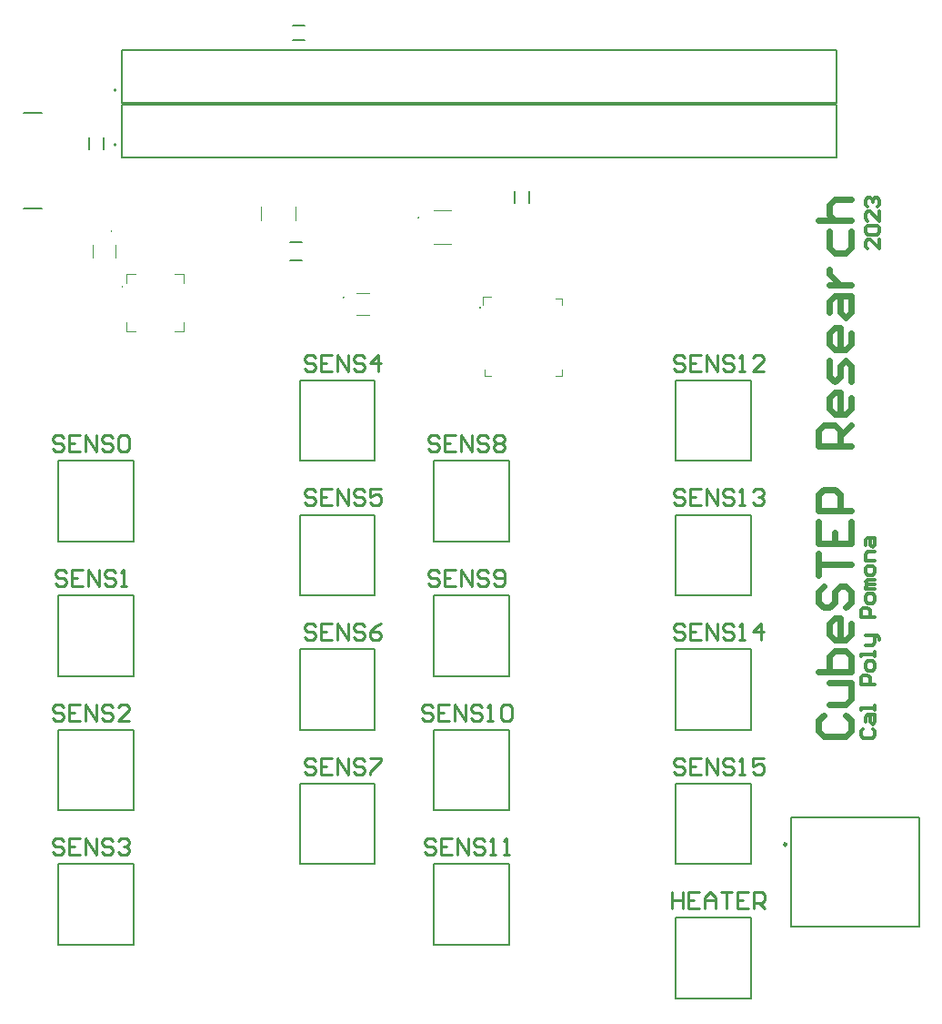
<source format=gbr>
%TF.GenerationSoftware,Altium Limited,Altium Designer,24.0.1 (36)*%
G04 Layer_Color=65535*
%FSLAX45Y45*%
%MOMM*%
%TF.SameCoordinates,35AB2F61-03EE-4C9E-862A-60B4A91D9B88*%
%TF.FilePolarity,Positive*%
%TF.FileFunction,Legend,Top*%
%TF.Part,Single*%
G01*
G75*
%TA.AperFunction,NonConductor*%
%ADD50C,0.25000*%
%ADD51C,0.20000*%
%ADD52C,0.10000*%
%ADD53C,0.30000*%
%ADD54C,0.60000*%
%ADD55C,0.25400*%
D50*
X4578499Y6801001D02*
G03*
X4578499Y6801001I-1000J0D01*
G01*
X7431800Y1808000D02*
G03*
X7431800Y1808000I-12500J0D01*
G01*
D51*
X1145348Y7510001D02*
G03*
X1145348Y7510001I-100J0D01*
G01*
X3304500Y6898600D02*
G03*
X3304500Y6898600I-100J0D01*
G01*
X1246840Y6997060D02*
G03*
X1246840Y6997060I-1000J0D01*
G01*
X4005590Y7642500D02*
G03*
X4005590Y7642500I-5590J0D01*
G01*
X1189500Y8826500D02*
G03*
X1189500Y8826500I-10000J0D01*
G01*
Y8318500D02*
G03*
X1189500Y8318500I-10000J0D01*
G01*
X4150000Y5375000D02*
X4850000D01*
Y4625000D02*
Y5375000D01*
X4150000Y4625000D02*
Y5375000D01*
Y4625000D02*
X4850000D01*
X5039400Y7773100D02*
Y7888100D01*
X4899400Y7773100D02*
Y7888100D01*
X650000Y1625000D02*
X1350000D01*
Y875000D02*
Y1625000D01*
X650000Y875000D02*
Y1625000D01*
Y875000D02*
X1350000D01*
X650000Y5375000D02*
X1350000D01*
Y4625000D02*
Y5375000D01*
X650000Y4625000D02*
Y5375000D01*
Y4625000D02*
X1350000D01*
X650000Y4125000D02*
X1350000D01*
Y3375000D02*
Y4125000D01*
X650000Y3375000D02*
Y4125000D01*
Y3375000D02*
X1350000D01*
X650000Y2875000D02*
X1350000D01*
Y2125000D02*
Y2875000D01*
X650000Y2125000D02*
Y2875000D01*
Y2125000D02*
X1350000D01*
X2830140Y9287360D02*
X2945140D01*
X2830140Y9427360D02*
X2945140D01*
X2900000Y4875000D02*
X3600000D01*
Y4125000D02*
Y4875000D01*
X2900000Y4125000D02*
Y4875000D01*
Y4125000D02*
X3600000D01*
X2900000Y6125000D02*
X3600000D01*
Y5375000D02*
Y6125000D01*
X2900000Y5375000D02*
Y6125000D01*
Y5375000D02*
X3600000D01*
X2900000Y2375000D02*
X3600000D01*
Y1625000D02*
Y2375000D01*
X2900000Y1625000D02*
Y2375000D01*
Y1625000D02*
X3600000D01*
X2900000Y3625000D02*
X3600000D01*
Y2875000D02*
Y3625000D01*
X2900000Y2875000D02*
Y3625000D01*
Y2875000D02*
X3600000D01*
X4150000Y3375000D02*
X4850000D01*
X4150000D02*
Y4125000D01*
X4850000Y3375000D02*
Y4125000D01*
X4150000D02*
X4850000D01*
X4150000Y2125000D02*
X4850000D01*
X4150000D02*
Y2875000D01*
X4850000Y2125000D02*
Y2875000D01*
X4150000D02*
X4850000D01*
X4150000Y875000D02*
X4850000D01*
X4150000D02*
Y1625000D01*
X4850000Y875000D02*
Y1625000D01*
X4150000D02*
X4850000D01*
X6400000Y6125000D02*
X7100000D01*
Y5375000D02*
Y6125000D01*
X6400000Y5375000D02*
Y6125000D01*
Y5375000D02*
X7100000D01*
X6400000Y4875000D02*
X7100000D01*
Y4125000D02*
Y4875000D01*
X6400000Y4125000D02*
Y4875000D01*
Y4125000D02*
X7100000D01*
X6400000Y3625000D02*
X7100000D01*
Y2875000D02*
Y3625000D01*
X6400000Y2875000D02*
Y3625000D01*
Y2875000D02*
X7100000D01*
X6400000Y2375000D02*
X7100000D01*
Y1625000D02*
Y2375000D01*
X6400000Y1625000D02*
Y2375000D01*
Y1625000D02*
X7100000D01*
X6400000Y1125000D02*
X7100000D01*
Y375000D02*
Y1125000D01*
X6400000Y375000D02*
Y1125000D01*
Y375000D02*
X7100000D01*
X327000Y8614500D02*
X495000D01*
X327000Y7720500D02*
X495000D01*
X7470100Y1045752D02*
X8663900D01*
Y2061752D01*
X7470100Y1045752D02*
Y2061752D01*
X8663900D01*
X935000Y8272500D02*
Y8387500D01*
X1075000Y8272500D02*
Y8387500D01*
X2807500Y7407500D02*
X2920000D01*
X2807500Y7242500D02*
X2920000D01*
X1244500Y8706000D02*
Y9201000D01*
Y8706000D02*
X7899500D01*
X1244500Y9201000D02*
X7899500D01*
Y8706000D02*
Y9201000D01*
X1244500Y8198000D02*
Y8693000D01*
Y8198000D02*
X7899500D01*
X1244500Y8693000D02*
X7899500D01*
Y8198000D02*
Y8693000D01*
D52*
X4602499Y6901001D02*
X4677499D01*
X4602499Y6826001D02*
Y6901001D01*
X4617499Y6166001D02*
Y6226001D01*
Y6166001D02*
X4677499D01*
X5277499D02*
X5337499D01*
Y6226001D01*
Y6826001D02*
Y6886001D01*
X5277499D02*
X5337499D01*
X975248Y7265001D02*
Y7385001D01*
X1185248Y7265001D02*
Y7385001D01*
X3424400Y6736100D02*
X3544400D01*
X3424400Y6936100D02*
X3544400D01*
X1733340Y7112059D02*
X1818340D01*
Y7027059D02*
Y7112059D01*
Y6582059D02*
Y6667060D01*
X1733340Y6582059D02*
X1818340D01*
X1288340D02*
X1373340D01*
X1288340D02*
Y6667060D01*
X1288340Y7027059D02*
Y7112060D01*
X1373340D01*
X4145000Y7710000D02*
X4305000D01*
X4145000Y7390000D02*
X4305000D01*
X2860000Y7610000D02*
Y7740000D01*
X2540000Y7610000D02*
Y7740000D01*
D53*
X8145882Y2884139D02*
X8124223Y2862479D01*
Y2819159D01*
X8145882Y2797500D01*
X8232521D01*
X8254181Y2819159D01*
Y2862479D01*
X8232521Y2884139D01*
X8167542Y2949118D02*
Y2992437D01*
X8189202Y3014097D01*
X8254181D01*
Y2949118D01*
X8232521Y2927458D01*
X8210861Y2949118D01*
Y3014097D01*
X8254181Y3057416D02*
Y3100735D01*
Y3079076D01*
X8124223D01*
Y3057416D01*
X8254181Y3295672D02*
X8124223D01*
Y3360651D01*
X8145882Y3382311D01*
X8189202D01*
X8210861Y3360651D01*
Y3295672D01*
X8254181Y3447290D02*
Y3490609D01*
X8232521Y3512269D01*
X8189202D01*
X8167542Y3490609D01*
Y3447290D01*
X8189202Y3425630D01*
X8232521D01*
X8254181Y3447290D01*
Y3555589D02*
Y3598908D01*
Y3577248D01*
X8124223D01*
Y3555589D01*
X8167542Y3663887D02*
X8232521D01*
X8254181Y3685546D01*
Y3750525D01*
X8275840D01*
X8297500Y3728866D01*
Y3707206D01*
X8254181Y3750525D02*
X8167542D01*
X8254181Y3923803D02*
X8124223D01*
Y3988782D01*
X8145882Y4010442D01*
X8189202D01*
X8210861Y3988782D01*
Y3923803D01*
X8254181Y4075421D02*
Y4118740D01*
X8232521Y4140400D01*
X8189202D01*
X8167542Y4118740D01*
Y4075421D01*
X8189202Y4053761D01*
X8232521D01*
X8254181Y4075421D01*
Y4183719D02*
X8167542D01*
Y4205379D01*
X8189202Y4227039D01*
X8254181D01*
X8189202D01*
X8167542Y4248698D01*
X8189202Y4270358D01*
X8254181D01*
Y4335337D02*
Y4378656D01*
X8232521Y4400316D01*
X8189202D01*
X8167542Y4378656D01*
Y4335337D01*
X8189202Y4313677D01*
X8232521D01*
X8254181Y4335337D01*
Y4443635D02*
X8167542D01*
Y4508614D01*
X8189202Y4530274D01*
X8254181D01*
X8167542Y4595253D02*
Y4638572D01*
X8189202Y4660232D01*
X8254181D01*
Y4595253D01*
X8232521Y4573593D01*
X8210861Y4595253D01*
Y4660232D01*
X8297500Y7435126D02*
Y7348487D01*
X8210861Y7435126D01*
X8189202D01*
X8167542Y7413466D01*
Y7370147D01*
X8189202Y7348487D01*
Y7478445D02*
X8167542Y7500105D01*
Y7543424D01*
X8189202Y7565084D01*
X8275840D01*
X8297500Y7543424D01*
Y7500105D01*
X8275840Y7478445D01*
X8189202D01*
X8297500Y7695042D02*
Y7608403D01*
X8210861Y7695042D01*
X8189202D01*
X8167542Y7673382D01*
Y7630063D01*
X8189202Y7608403D01*
Y7738361D02*
X8167542Y7760021D01*
Y7803341D01*
X8189202Y7825000D01*
X8210861D01*
X8232521Y7803341D01*
Y7781681D01*
Y7803341D01*
X8254181Y7825000D01*
X8275840D01*
X8297500Y7803341D01*
Y7760021D01*
X8275840Y7738361D01*
D54*
X7780081Y3012435D02*
X7730097Y2962451D01*
Y2862484D01*
X7780081Y2812500D01*
X7980016D01*
X8030000Y2862484D01*
Y2962451D01*
X7980016Y3012435D01*
X7830065Y3112403D02*
X7980016D01*
X8030000Y3162387D01*
Y3312338D01*
X7830065D01*
X7730097Y3412306D02*
X8030000D01*
Y3562257D01*
X7980016Y3612241D01*
X7930033D01*
X7880049D01*
X7830065Y3562257D01*
Y3412306D01*
X8030000Y3862160D02*
Y3762192D01*
X7980016Y3712208D01*
X7880049D01*
X7830065Y3762192D01*
Y3862160D01*
X7880049Y3912144D01*
X7930033D01*
Y3712208D01*
X7780081Y4212047D02*
X7730097Y4162063D01*
Y4062095D01*
X7780081Y4012111D01*
X7830065D01*
X7880049Y4062095D01*
Y4162063D01*
X7930033Y4212047D01*
X7980016D01*
X8030000Y4162063D01*
Y4062095D01*
X7980016Y4012111D01*
X7730097Y4312014D02*
Y4511950D01*
Y4411982D01*
X8030000D01*
X7730097Y4811852D02*
Y4611917D01*
X8030000D01*
Y4811852D01*
X7880049Y4611917D02*
Y4711885D01*
X8030000Y4911820D02*
X7730097D01*
Y5061771D01*
X7780081Y5111755D01*
X7880049D01*
X7930033Y5061771D01*
Y4911820D01*
X8030000Y5511626D02*
X7730097D01*
Y5661577D01*
X7780081Y5711561D01*
X7880049D01*
X7930033Y5661577D01*
Y5511626D01*
Y5611593D02*
X8030000Y5711561D01*
Y5961480D02*
Y5861513D01*
X7980016Y5811529D01*
X7880049D01*
X7830065Y5861513D01*
Y5961480D01*
X7880049Y6011464D01*
X7930033D01*
Y5811529D01*
X8030000Y6111432D02*
Y6261383D01*
X7980016Y6311367D01*
X7930033Y6261383D01*
Y6161415D01*
X7880049Y6111432D01*
X7830065Y6161415D01*
Y6311367D01*
X8030000Y6561286D02*
Y6461318D01*
X7980016Y6411334D01*
X7880049D01*
X7830065Y6461318D01*
Y6561286D01*
X7880049Y6611270D01*
X7930033D01*
Y6411334D01*
X7830065Y6761221D02*
Y6861189D01*
X7880049Y6911173D01*
X8030000D01*
Y6761221D01*
X7980016Y6711237D01*
X7930033Y6761221D01*
Y6911173D01*
X7830065Y7011140D02*
X8030000D01*
X7930033D01*
X7880049Y7061124D01*
X7830065Y7111108D01*
Y7161092D01*
Y7510978D02*
Y7361027D01*
X7880049Y7311043D01*
X7980016D01*
X8030000Y7361027D01*
Y7510978D01*
X7730097Y7610946D02*
X8030000D01*
X7880049D01*
X7830065Y7660930D01*
Y7760897D01*
X7880049Y7810881D01*
X8030000D01*
D55*
X6479507Y2588219D02*
X6454115Y2613611D01*
X6403332D01*
X6377940Y2588219D01*
Y2562827D01*
X6403332Y2537435D01*
X6454115D01*
X6479507Y2512043D01*
Y2486652D01*
X6454115Y2461260D01*
X6403332D01*
X6377940Y2486652D01*
X6631858Y2613611D02*
X6530291D01*
Y2461260D01*
X6631858D01*
X6530291Y2537435D02*
X6581074D01*
X6682641Y2461260D02*
Y2613611D01*
X6784209Y2461260D01*
Y2613611D01*
X6936559Y2588219D02*
X6911168Y2613611D01*
X6860384D01*
X6834992Y2588219D01*
Y2562827D01*
X6860384Y2537435D01*
X6911168D01*
X6936559Y2512043D01*
Y2486652D01*
X6911168Y2461260D01*
X6860384D01*
X6834992Y2486652D01*
X6987343Y2461260D02*
X7038126D01*
X7012735D01*
Y2613611D01*
X6987343Y2588219D01*
X7215869Y2613611D02*
X7114302D01*
Y2537435D01*
X7165085Y2562827D01*
X7190477D01*
X7215869Y2537435D01*
Y2486652D01*
X7190477Y2461260D01*
X7139694D01*
X7114302Y2486652D01*
X6479507Y3837899D02*
X6454115Y3863291D01*
X6403332D01*
X6377940Y3837899D01*
Y3812507D01*
X6403332Y3787115D01*
X6454115D01*
X6479507Y3761723D01*
Y3736332D01*
X6454115Y3710940D01*
X6403332D01*
X6377940Y3736332D01*
X6631858Y3863291D02*
X6530291D01*
Y3710940D01*
X6631858D01*
X6530291Y3787115D02*
X6581074D01*
X6682641Y3710940D02*
Y3863291D01*
X6784209Y3710940D01*
Y3863291D01*
X6936559Y3837899D02*
X6911168Y3863291D01*
X6860384D01*
X6834992Y3837899D01*
Y3812507D01*
X6860384Y3787115D01*
X6911168D01*
X6936559Y3761723D01*
Y3736332D01*
X6911168Y3710940D01*
X6860384D01*
X6834992Y3736332D01*
X6987343Y3710940D02*
X7038126D01*
X7012735D01*
Y3863291D01*
X6987343Y3837899D01*
X7190477Y3710940D02*
Y3863291D01*
X7114302Y3787115D01*
X7215869D01*
X6479507Y5087579D02*
X6454115Y5112971D01*
X6403332D01*
X6377940Y5087579D01*
Y5062187D01*
X6403332Y5036795D01*
X6454115D01*
X6479507Y5011403D01*
Y4986012D01*
X6454115Y4960620D01*
X6403332D01*
X6377940Y4986012D01*
X6631858Y5112971D02*
X6530291D01*
Y4960620D01*
X6631858D01*
X6530291Y5036795D02*
X6581074D01*
X6682641Y4960620D02*
Y5112971D01*
X6784209Y4960620D01*
Y5112971D01*
X6936559Y5087579D02*
X6911168Y5112971D01*
X6860384D01*
X6834992Y5087579D01*
Y5062187D01*
X6860384Y5036795D01*
X6911168D01*
X6936559Y5011403D01*
Y4986012D01*
X6911168Y4960620D01*
X6860384D01*
X6834992Y4986012D01*
X6987343Y4960620D02*
X7038126D01*
X7012735D01*
Y5112971D01*
X6987343Y5087579D01*
X7114302D02*
X7139694Y5112971D01*
X7190477D01*
X7215869Y5087579D01*
Y5062187D01*
X7190477Y5036795D01*
X7165085D01*
X7190477D01*
X7215869Y5011403D01*
Y4986012D01*
X7190477Y4960620D01*
X7139694D01*
X7114302Y4986012D01*
X6479507Y6337259D02*
X6454115Y6362651D01*
X6403332D01*
X6377940Y6337259D01*
Y6311867D01*
X6403332Y6286475D01*
X6454115D01*
X6479507Y6261083D01*
Y6235692D01*
X6454115Y6210300D01*
X6403332D01*
X6377940Y6235692D01*
X6631858Y6362651D02*
X6530291D01*
Y6210300D01*
X6631858D01*
X6530291Y6286475D02*
X6581074D01*
X6682641Y6210300D02*
Y6362651D01*
X6784209Y6210300D01*
Y6362651D01*
X6936559Y6337259D02*
X6911168Y6362651D01*
X6860384D01*
X6834992Y6337259D01*
Y6311867D01*
X6860384Y6286475D01*
X6911168D01*
X6936559Y6261083D01*
Y6235692D01*
X6911168Y6210300D01*
X6860384D01*
X6834992Y6235692D01*
X6987343Y6210300D02*
X7038126D01*
X7012735D01*
Y6362651D01*
X6987343Y6337259D01*
X7215869Y6210300D02*
X7114302D01*
X7215869Y6311867D01*
Y6337259D01*
X7190477Y6362651D01*
X7139694D01*
X7114302Y6337259D01*
X4160487Y1838919D02*
X4135095Y1864311D01*
X4084312D01*
X4058920Y1838919D01*
Y1813527D01*
X4084312Y1788135D01*
X4135095D01*
X4160487Y1762743D01*
Y1737352D01*
X4135095Y1711960D01*
X4084312D01*
X4058920Y1737352D01*
X4312838Y1864311D02*
X4211271D01*
Y1711960D01*
X4312838D01*
X4211271Y1788135D02*
X4262054D01*
X4363621Y1711960D02*
Y1864311D01*
X4465189Y1711960D01*
Y1864311D01*
X4617539Y1838919D02*
X4592148Y1864311D01*
X4541364D01*
X4515972Y1838919D01*
Y1813527D01*
X4541364Y1788135D01*
X4592148D01*
X4617539Y1762743D01*
Y1737352D01*
X4592148Y1711960D01*
X4541364D01*
X4515972Y1737352D01*
X4668323Y1711960D02*
X4719106D01*
X4693715D01*
Y1864311D01*
X4668323Y1838919D01*
X4795282Y1711960D02*
X4846065D01*
X4820674D01*
Y1864311D01*
X4795282Y1838919D01*
X4135087Y3088599D02*
X4109695Y3113991D01*
X4058912D01*
X4033520Y3088599D01*
Y3063207D01*
X4058912Y3037815D01*
X4109695D01*
X4135087Y3012423D01*
Y2987032D01*
X4109695Y2961640D01*
X4058912D01*
X4033520Y2987032D01*
X4287438Y3113991D02*
X4185871D01*
Y2961640D01*
X4287438D01*
X4185871Y3037815D02*
X4236654D01*
X4338221Y2961640D02*
Y3113991D01*
X4439789Y2961640D01*
Y3113991D01*
X4592139Y3088599D02*
X4566748Y3113991D01*
X4515964D01*
X4490572Y3088599D01*
Y3063207D01*
X4515964Y3037815D01*
X4566748D01*
X4592139Y3012423D01*
Y2987032D01*
X4566748Y2961640D01*
X4515964D01*
X4490572Y2987032D01*
X4642923Y2961640D02*
X4693706D01*
X4668315D01*
Y3113991D01*
X4642923Y3088599D01*
X4769882D02*
X4795274Y3113991D01*
X4846057D01*
X4871449Y3088599D01*
Y2987032D01*
X4846057Y2961640D01*
X4795274D01*
X4769882Y2987032D01*
Y3088599D01*
X4198587Y4338279D02*
X4173195Y4363671D01*
X4122412D01*
X4097020Y4338279D01*
Y4312887D01*
X4122412Y4287495D01*
X4173195D01*
X4198587Y4262103D01*
Y4236712D01*
X4173195Y4211320D01*
X4122412D01*
X4097020Y4236712D01*
X4350938Y4363671D02*
X4249371D01*
Y4211320D01*
X4350938D01*
X4249371Y4287495D02*
X4300154D01*
X4401721Y4211320D02*
Y4363671D01*
X4503289Y4211320D01*
Y4363671D01*
X4655639Y4338279D02*
X4630248Y4363671D01*
X4579464D01*
X4554072Y4338279D01*
Y4312887D01*
X4579464Y4287495D01*
X4630248D01*
X4655639Y4262103D01*
Y4236712D01*
X4630248Y4211320D01*
X4579464D01*
X4554072Y4236712D01*
X4706423D02*
X4731815Y4211320D01*
X4782598D01*
X4807990Y4236712D01*
Y4338279D01*
X4782598Y4363671D01*
X4731815D01*
X4706423Y4338279D01*
Y4312887D01*
X4731815Y4287495D01*
X4807990D01*
X4198587Y5587959D02*
X4173195Y5613351D01*
X4122412D01*
X4097020Y5587959D01*
Y5562567D01*
X4122412Y5537175D01*
X4173195D01*
X4198587Y5511783D01*
Y5486392D01*
X4173195Y5461000D01*
X4122412D01*
X4097020Y5486392D01*
X4350938Y5613351D02*
X4249371D01*
Y5461000D01*
X4350938D01*
X4249371Y5537175D02*
X4300154D01*
X4401721Y5461000D02*
Y5613351D01*
X4503289Y5461000D01*
Y5613351D01*
X4655639Y5587959D02*
X4630248Y5613351D01*
X4579464D01*
X4554072Y5587959D01*
Y5562567D01*
X4579464Y5537175D01*
X4630248D01*
X4655639Y5511783D01*
Y5486392D01*
X4630248Y5461000D01*
X4579464D01*
X4554072Y5486392D01*
X4706423Y5587959D02*
X4731815Y5613351D01*
X4782598D01*
X4807990Y5587959D01*
Y5562567D01*
X4782598Y5537175D01*
X4807990Y5511783D01*
Y5486392D01*
X4782598Y5461000D01*
X4731815D01*
X4706423Y5486392D01*
Y5511783D01*
X4731815Y5537175D01*
X4706423Y5562567D01*
Y5587959D01*
X4731815Y5537175D02*
X4782598D01*
X3042887Y2588219D02*
X3017495Y2613611D01*
X2966712D01*
X2941320Y2588219D01*
Y2562827D01*
X2966712Y2537435D01*
X3017495D01*
X3042887Y2512043D01*
Y2486652D01*
X3017495Y2461260D01*
X2966712D01*
X2941320Y2486652D01*
X3195238Y2613611D02*
X3093671D01*
Y2461260D01*
X3195238D01*
X3093671Y2537435D02*
X3144454D01*
X3246021Y2461260D02*
Y2613611D01*
X3347589Y2461260D01*
Y2613611D01*
X3499939Y2588219D02*
X3474548Y2613611D01*
X3423764D01*
X3398372Y2588219D01*
Y2562827D01*
X3423764Y2537435D01*
X3474548D01*
X3499939Y2512043D01*
Y2486652D01*
X3474548Y2461260D01*
X3423764D01*
X3398372Y2486652D01*
X3550723Y2613611D02*
X3652290D01*
Y2588219D01*
X3550723Y2486652D01*
Y2461260D01*
X3042887Y3837899D02*
X3017495Y3863291D01*
X2966712D01*
X2941320Y3837899D01*
Y3812507D01*
X2966712Y3787115D01*
X3017495D01*
X3042887Y3761723D01*
Y3736332D01*
X3017495Y3710940D01*
X2966712D01*
X2941320Y3736332D01*
X3195238Y3863291D02*
X3093671D01*
Y3710940D01*
X3195238D01*
X3093671Y3787115D02*
X3144454D01*
X3246021Y3710940D02*
Y3863291D01*
X3347589Y3710940D01*
Y3863291D01*
X3499939Y3837899D02*
X3474548Y3863291D01*
X3423764D01*
X3398372Y3837899D01*
Y3812507D01*
X3423764Y3787115D01*
X3474548D01*
X3499939Y3761723D01*
Y3736332D01*
X3474548Y3710940D01*
X3423764D01*
X3398372Y3736332D01*
X3652290Y3863291D02*
X3601506Y3837899D01*
X3550723Y3787115D01*
Y3736332D01*
X3576115Y3710940D01*
X3626898D01*
X3652290Y3736332D01*
Y3761723D01*
X3626898Y3787115D01*
X3550723D01*
X3042887Y5087579D02*
X3017495Y5112971D01*
X2966712D01*
X2941320Y5087579D01*
Y5062187D01*
X2966712Y5036795D01*
X3017495D01*
X3042887Y5011403D01*
Y4986012D01*
X3017495Y4960620D01*
X2966712D01*
X2941320Y4986012D01*
X3195238Y5112971D02*
X3093671D01*
Y4960620D01*
X3195238D01*
X3093671Y5036795D02*
X3144454D01*
X3246021Y4960620D02*
Y5112971D01*
X3347589Y4960620D01*
Y5112971D01*
X3499939Y5087579D02*
X3474548Y5112971D01*
X3423764D01*
X3398372Y5087579D01*
Y5062187D01*
X3423764Y5036795D01*
X3474548D01*
X3499939Y5011403D01*
Y4986012D01*
X3474548Y4960620D01*
X3423764D01*
X3398372Y4986012D01*
X3652290Y5112971D02*
X3550723D01*
Y5036795D01*
X3601506Y5062187D01*
X3626898D01*
X3652290Y5036795D01*
Y4986012D01*
X3626898Y4960620D01*
X3576115D01*
X3550723Y4986012D01*
X3042887Y6337259D02*
X3017495Y6362651D01*
X2966712D01*
X2941320Y6337259D01*
Y6311867D01*
X2966712Y6286475D01*
X3017495D01*
X3042887Y6261083D01*
Y6235692D01*
X3017495Y6210300D01*
X2966712D01*
X2941320Y6235692D01*
X3195238Y6362651D02*
X3093671D01*
Y6210300D01*
X3195238D01*
X3093671Y6286475D02*
X3144454D01*
X3246021Y6210300D02*
Y6362651D01*
X3347589Y6210300D01*
Y6362651D01*
X3499939Y6337259D02*
X3474548Y6362651D01*
X3423764D01*
X3398372Y6337259D01*
Y6311867D01*
X3423764Y6286475D01*
X3474548D01*
X3499939Y6261083D01*
Y6235692D01*
X3474548Y6210300D01*
X3423764D01*
X3398372Y6235692D01*
X3626898Y6210300D02*
Y6362651D01*
X3550723Y6286475D01*
X3652290D01*
X698467Y1838919D02*
X673075Y1864311D01*
X622292D01*
X596900Y1838919D01*
Y1813527D01*
X622292Y1788135D01*
X673075D01*
X698467Y1762743D01*
Y1737352D01*
X673075Y1711960D01*
X622292D01*
X596900Y1737352D01*
X850818Y1864311D02*
X749251D01*
Y1711960D01*
X850818D01*
X749251Y1788135D02*
X800034D01*
X901601Y1711960D02*
Y1864311D01*
X1003169Y1711960D01*
Y1864311D01*
X1155519Y1838919D02*
X1130128Y1864311D01*
X1079344D01*
X1053952Y1838919D01*
Y1813527D01*
X1079344Y1788135D01*
X1130128D01*
X1155519Y1762743D01*
Y1737352D01*
X1130128Y1711960D01*
X1079344D01*
X1053952Y1737352D01*
X1206303Y1838919D02*
X1231695Y1864311D01*
X1282478D01*
X1307870Y1838919D01*
Y1813527D01*
X1282478Y1788135D01*
X1257086D01*
X1282478D01*
X1307870Y1762743D01*
Y1737352D01*
X1282478Y1711960D01*
X1231695D01*
X1206303Y1737352D01*
X698467Y3088599D02*
X673075Y3113991D01*
X622292D01*
X596900Y3088599D01*
Y3063207D01*
X622292Y3037815D01*
X673075D01*
X698467Y3012423D01*
Y2987032D01*
X673075Y2961640D01*
X622292D01*
X596900Y2987032D01*
X850818Y3113991D02*
X749251D01*
Y2961640D01*
X850818D01*
X749251Y3037815D02*
X800034D01*
X901601Y2961640D02*
Y3113991D01*
X1003169Y2961640D01*
Y3113991D01*
X1155519Y3088599D02*
X1130128Y3113991D01*
X1079344D01*
X1053952Y3088599D01*
Y3063207D01*
X1079344Y3037815D01*
X1130128D01*
X1155519Y3012423D01*
Y2987032D01*
X1130128Y2961640D01*
X1079344D01*
X1053952Y2987032D01*
X1307870Y2961640D02*
X1206303D01*
X1307870Y3063207D01*
Y3088599D01*
X1282478Y3113991D01*
X1231695D01*
X1206303Y3088599D01*
X723867Y4338279D02*
X698475Y4363671D01*
X647692D01*
X622300Y4338279D01*
Y4312887D01*
X647692Y4287495D01*
X698475D01*
X723867Y4262103D01*
Y4236712D01*
X698475Y4211320D01*
X647692D01*
X622300Y4236712D01*
X876218Y4363671D02*
X774651D01*
Y4211320D01*
X876218D01*
X774651Y4287495D02*
X825434D01*
X927001Y4211320D02*
Y4363671D01*
X1028569Y4211320D01*
Y4363671D01*
X1180919Y4338279D02*
X1155528Y4363671D01*
X1104744D01*
X1079352Y4338279D01*
Y4312887D01*
X1104744Y4287495D01*
X1155528D01*
X1180919Y4262103D01*
Y4236712D01*
X1155528Y4211320D01*
X1104744D01*
X1079352Y4236712D01*
X1231703Y4211320D02*
X1282486D01*
X1257095D01*
Y4363671D01*
X1231703Y4338279D01*
X698467Y5587959D02*
X673075Y5613351D01*
X622292D01*
X596900Y5587959D01*
Y5562567D01*
X622292Y5537175D01*
X673075D01*
X698467Y5511783D01*
Y5486392D01*
X673075Y5461000D01*
X622292D01*
X596900Y5486392D01*
X850818Y5613351D02*
X749251D01*
Y5461000D01*
X850818D01*
X749251Y5537175D02*
X800034D01*
X901601Y5461000D02*
Y5613351D01*
X1003169Y5461000D01*
Y5613351D01*
X1155519Y5587959D02*
X1130128Y5613351D01*
X1079344D01*
X1053952Y5587959D01*
Y5562567D01*
X1079344Y5537175D01*
X1130128D01*
X1155519Y5511783D01*
Y5486392D01*
X1130128Y5461000D01*
X1079344D01*
X1053952Y5486392D01*
X1206303Y5587959D02*
X1231695Y5613351D01*
X1282478D01*
X1307870Y5587959D01*
Y5486392D01*
X1282478Y5461000D01*
X1231695D01*
X1206303Y5486392D01*
Y5587959D01*
X6365240Y1363931D02*
Y1211580D01*
Y1287755D01*
X6466807D01*
Y1363931D01*
Y1211580D01*
X6619158Y1363931D02*
X6517591D01*
Y1211580D01*
X6619158D01*
X6517591Y1287755D02*
X6568374D01*
X6669941Y1211580D02*
Y1313147D01*
X6720725Y1363931D01*
X6771509Y1313147D01*
Y1211580D01*
Y1287755D01*
X6669941D01*
X6822292Y1363931D02*
X6923859D01*
X6873076D01*
Y1211580D01*
X7076210Y1363931D02*
X6974643D01*
Y1211580D01*
X7076210D01*
X6974643Y1287755D02*
X7025426D01*
X7126994Y1211580D02*
Y1363931D01*
X7203169D01*
X7228561Y1338539D01*
Y1287755D01*
X7203169Y1262363D01*
X7126994D01*
X7177777D02*
X7228561Y1211580D01*
%TF.MD5,70c0d6f3f887f1decf3961a12550c707*%
M02*

</source>
